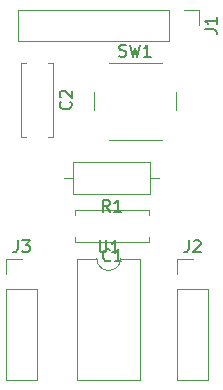
<source format=gto>
G04 #@! TF.GenerationSoftware,KiCad,Pcbnew,5.0.2+dfsg1-1~bpo9+1*
G04 #@! TF.CreationDate,2020-08-17T14:39:57+01:00*
G04 #@! TF.ProjectId,t85opti,7438356f-7074-4692-9e6b-696361645f70,rev?*
G04 #@! TF.SameCoordinates,Original*
G04 #@! TF.FileFunction,Legend,Top*
G04 #@! TF.FilePolarity,Positive*
%FSLAX46Y46*%
G04 Gerber Fmt 4.6, Leading zero omitted, Abs format (unit mm)*
G04 Created by KiCad (PCBNEW 5.0.2+dfsg1-1~bpo9+1) date Mon 17 Aug 2020 14:39:57 IST*
%MOMM*%
%LPD*%
G01*
G04 APERTURE LIST*
%ADD10C,0.120000*%
%ADD11C,0.150000*%
G04 APERTURE END LIST*
D10*
G04 #@! TO.C,R1*
X138398000Y-56234000D02*
X138398000Y-53494000D01*
X138398000Y-53494000D02*
X131858000Y-53494000D01*
X131858000Y-53494000D02*
X131858000Y-56234000D01*
X131858000Y-56234000D02*
X138398000Y-56234000D01*
X139168000Y-54864000D02*
X138398000Y-54864000D01*
X131088000Y-54864000D02*
X131858000Y-54864000D01*
G04 #@! TO.C,SW1*
X134858000Y-51601000D02*
X139358000Y-51601000D01*
X133608000Y-47601000D02*
X133608000Y-49101000D01*
X139358000Y-45101000D02*
X134858000Y-45101000D01*
X140608000Y-49101000D02*
X140608000Y-47601000D01*
G04 #@! TO.C,C2*
X127853000Y-51340000D02*
X127408000Y-51340000D01*
X130148000Y-51340000D02*
X129703000Y-51340000D01*
X127853000Y-45100000D02*
X127408000Y-45100000D01*
X130148000Y-45100000D02*
X129703000Y-45100000D01*
X127408000Y-45100000D02*
X127408000Y-51340000D01*
X130148000Y-45100000D02*
X130148000Y-51340000D01*
G04 #@! TO.C,C1*
X138288000Y-60298000D02*
X132048000Y-60298000D01*
X138288000Y-57558000D02*
X132048000Y-57558000D01*
X138288000Y-60298000D02*
X138288000Y-59853000D01*
X138288000Y-58003000D02*
X138288000Y-57558000D01*
X132048000Y-60298000D02*
X132048000Y-59853000D01*
X132048000Y-58003000D02*
X132048000Y-57558000D01*
G04 #@! TO.C,J3*
X126178000Y-61662000D02*
X127508000Y-61662000D01*
X126178000Y-62992000D02*
X126178000Y-61662000D01*
X126178000Y-64262000D02*
X128838000Y-64262000D01*
X128838000Y-64262000D02*
X128838000Y-71942000D01*
X126178000Y-64262000D02*
X126178000Y-71942000D01*
X126178000Y-71942000D02*
X128838000Y-71942000D01*
G04 #@! TO.C,J2*
X140656000Y-71942000D02*
X143316000Y-71942000D01*
X140656000Y-64262000D02*
X140656000Y-71942000D01*
X143316000Y-64262000D02*
X143316000Y-71942000D01*
X140656000Y-64262000D02*
X143316000Y-64262000D01*
X140656000Y-62992000D02*
X140656000Y-61662000D01*
X140656000Y-61662000D02*
X141986000Y-61662000D01*
G04 #@! TO.C,J1*
X127194000Y-40580000D02*
X127194000Y-43240000D01*
X139954000Y-40580000D02*
X127194000Y-40580000D01*
X139954000Y-43240000D02*
X127194000Y-43240000D01*
X139954000Y-40580000D02*
X139954000Y-43240000D01*
X141224000Y-40580000D02*
X142554000Y-40580000D01*
X142554000Y-40580000D02*
X142554000Y-41910000D01*
G04 #@! TO.C,U1*
X135874000Y-61662000D02*
G75*
G02X133874000Y-61662000I-1000000J0D01*
G01*
X133874000Y-61662000D02*
X132224000Y-61662000D01*
X132224000Y-61662000D02*
X132224000Y-71942000D01*
X132224000Y-71942000D02*
X137524000Y-71942000D01*
X137524000Y-71942000D02*
X137524000Y-61662000D01*
X137524000Y-61662000D02*
X135874000Y-61662000D01*
G04 #@! TO.C,R1*
D11*
X134961333Y-57686380D02*
X134628000Y-57210190D01*
X134389904Y-57686380D02*
X134389904Y-56686380D01*
X134770857Y-56686380D01*
X134866095Y-56734000D01*
X134913714Y-56781619D01*
X134961333Y-56876857D01*
X134961333Y-57019714D01*
X134913714Y-57114952D01*
X134866095Y-57162571D01*
X134770857Y-57210190D01*
X134389904Y-57210190D01*
X135913714Y-57686380D02*
X135342285Y-57686380D01*
X135628000Y-57686380D02*
X135628000Y-56686380D01*
X135532761Y-56829238D01*
X135437523Y-56924476D01*
X135342285Y-56972095D01*
G04 #@! TO.C,SW1*
X135774666Y-44505761D02*
X135917523Y-44553380D01*
X136155619Y-44553380D01*
X136250857Y-44505761D01*
X136298476Y-44458142D01*
X136346095Y-44362904D01*
X136346095Y-44267666D01*
X136298476Y-44172428D01*
X136250857Y-44124809D01*
X136155619Y-44077190D01*
X135965142Y-44029571D01*
X135869904Y-43981952D01*
X135822285Y-43934333D01*
X135774666Y-43839095D01*
X135774666Y-43743857D01*
X135822285Y-43648619D01*
X135869904Y-43601000D01*
X135965142Y-43553380D01*
X136203238Y-43553380D01*
X136346095Y-43601000D01*
X136679428Y-43553380D02*
X136917523Y-44553380D01*
X137108000Y-43839095D01*
X137298476Y-44553380D01*
X137536571Y-43553380D01*
X138441333Y-44553380D02*
X137869904Y-44553380D01*
X138155619Y-44553380D02*
X138155619Y-43553380D01*
X138060380Y-43696238D01*
X137965142Y-43791476D01*
X137869904Y-43839095D01*
G04 #@! TO.C,C2*
X131635142Y-48386666D02*
X131682761Y-48434285D01*
X131730380Y-48577142D01*
X131730380Y-48672380D01*
X131682761Y-48815238D01*
X131587523Y-48910476D01*
X131492285Y-48958095D01*
X131301809Y-49005714D01*
X131158952Y-49005714D01*
X130968476Y-48958095D01*
X130873238Y-48910476D01*
X130778000Y-48815238D01*
X130730380Y-48672380D01*
X130730380Y-48577142D01*
X130778000Y-48434285D01*
X130825619Y-48386666D01*
X130825619Y-48005714D02*
X130778000Y-47958095D01*
X130730380Y-47862857D01*
X130730380Y-47624761D01*
X130778000Y-47529523D01*
X130825619Y-47481904D01*
X130920857Y-47434285D01*
X131016095Y-47434285D01*
X131158952Y-47481904D01*
X131730380Y-48053333D01*
X131730380Y-47434285D01*
G04 #@! TO.C,C1*
X135001333Y-61785142D02*
X134953714Y-61832761D01*
X134810857Y-61880380D01*
X134715619Y-61880380D01*
X134572761Y-61832761D01*
X134477523Y-61737523D01*
X134429904Y-61642285D01*
X134382285Y-61451809D01*
X134382285Y-61308952D01*
X134429904Y-61118476D01*
X134477523Y-61023238D01*
X134572761Y-60928000D01*
X134715619Y-60880380D01*
X134810857Y-60880380D01*
X134953714Y-60928000D01*
X135001333Y-60975619D01*
X135953714Y-61880380D02*
X135382285Y-61880380D01*
X135668000Y-61880380D02*
X135668000Y-60880380D01*
X135572761Y-61023238D01*
X135477523Y-61118476D01*
X135382285Y-61166095D01*
G04 #@! TO.C,J3*
X127174666Y-60114380D02*
X127174666Y-60828666D01*
X127127047Y-60971523D01*
X127031809Y-61066761D01*
X126888952Y-61114380D01*
X126793714Y-61114380D01*
X127555619Y-60114380D02*
X128174666Y-60114380D01*
X127841333Y-60495333D01*
X127984190Y-60495333D01*
X128079428Y-60542952D01*
X128127047Y-60590571D01*
X128174666Y-60685809D01*
X128174666Y-60923904D01*
X128127047Y-61019142D01*
X128079428Y-61066761D01*
X127984190Y-61114380D01*
X127698476Y-61114380D01*
X127603238Y-61066761D01*
X127555619Y-61019142D01*
G04 #@! TO.C,J2*
X141652666Y-60114380D02*
X141652666Y-60828666D01*
X141605047Y-60971523D01*
X141509809Y-61066761D01*
X141366952Y-61114380D01*
X141271714Y-61114380D01*
X142081238Y-60209619D02*
X142128857Y-60162000D01*
X142224095Y-60114380D01*
X142462190Y-60114380D01*
X142557428Y-60162000D01*
X142605047Y-60209619D01*
X142652666Y-60304857D01*
X142652666Y-60400095D01*
X142605047Y-60542952D01*
X142033619Y-61114380D01*
X142652666Y-61114380D01*
G04 #@! TO.C,J1*
X143006380Y-42243333D02*
X143720666Y-42243333D01*
X143863523Y-42290952D01*
X143958761Y-42386190D01*
X144006380Y-42529047D01*
X144006380Y-42624285D01*
X144006380Y-41243333D02*
X144006380Y-41814761D01*
X144006380Y-41529047D02*
X143006380Y-41529047D01*
X143149238Y-41624285D01*
X143244476Y-41719523D01*
X143292095Y-41814761D01*
G04 #@! TO.C,U1*
X134112095Y-60114380D02*
X134112095Y-60923904D01*
X134159714Y-61019142D01*
X134207333Y-61066761D01*
X134302571Y-61114380D01*
X134493047Y-61114380D01*
X134588285Y-61066761D01*
X134635904Y-61019142D01*
X134683523Y-60923904D01*
X134683523Y-60114380D01*
X135683523Y-61114380D02*
X135112095Y-61114380D01*
X135397809Y-61114380D02*
X135397809Y-60114380D01*
X135302571Y-60257238D01*
X135207333Y-60352476D01*
X135112095Y-60400095D01*
G04 #@! TD*
M02*

</source>
